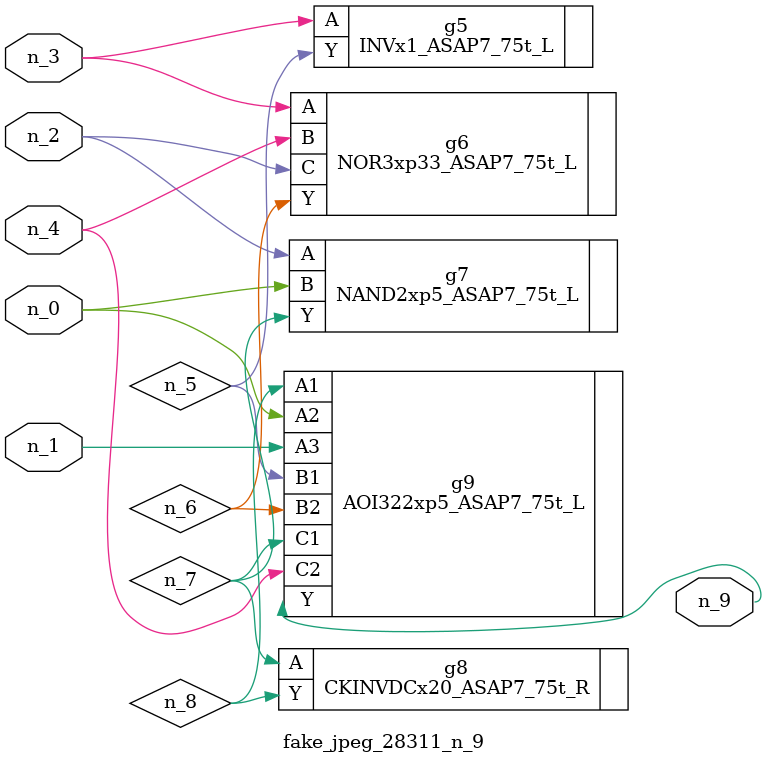
<source format=v>
module fake_jpeg_28311_n_9 (n_3, n_2, n_1, n_0, n_4, n_9);

input n_3;
input n_2;
input n_1;
input n_0;
input n_4;

output n_9;

wire n_8;
wire n_6;
wire n_5;
wire n_7;

INVx1_ASAP7_75t_L g5 ( 
.A(n_3),
.Y(n_5)
);

NOR3xp33_ASAP7_75t_L g6 ( 
.A(n_3),
.B(n_4),
.C(n_2),
.Y(n_6)
);

NAND2xp5_ASAP7_75t_L g7 ( 
.A(n_2),
.B(n_0),
.Y(n_7)
);

CKINVDCx20_ASAP7_75t_R g8 ( 
.A(n_7),
.Y(n_8)
);

AOI322xp5_ASAP7_75t_L g9 ( 
.A1(n_8),
.A2(n_0),
.A3(n_1),
.B1(n_5),
.B2(n_6),
.C1(n_7),
.C2(n_4),
.Y(n_9)
);


endmodule
</source>
